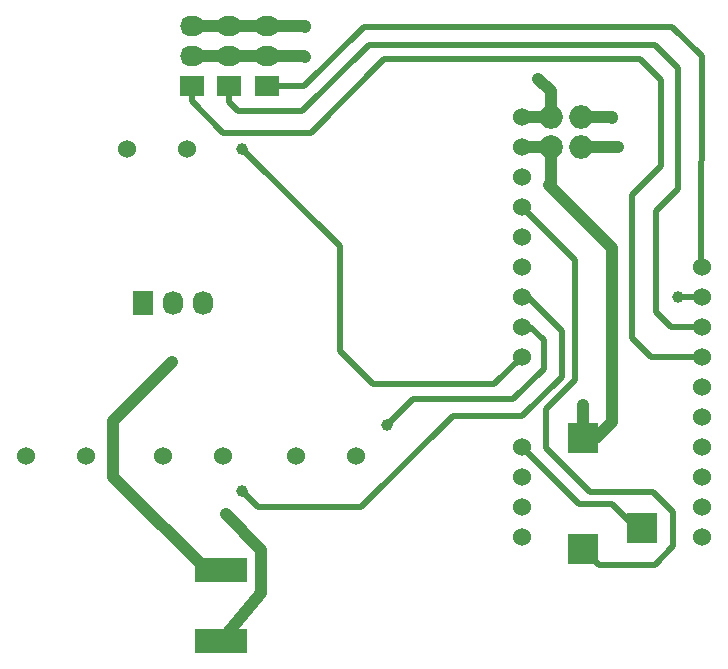
<source format=gtl>
%TF.GenerationSoftware,KiCad,Pcbnew,(after 2015-may-01 BZR unknown)-product*%
%TF.CreationDate,2015-11-16T19:53:27+09:00*%
%TF.JobID,HandBoard_v1,48616E64426F6172645F76312E6B6963,rev?*%
%TF.FileFunction,Copper,L1,Top,Signal*%
%FSLAX46Y46*%
G04 Gerber Fmt 4.6, Leading zero omitted, Abs format (unit mm)*
G04 Created by KiCad (PCBNEW (after 2015-may-01 BZR unknown)-product) date 2015/11/16 19:53:27*
%MOMM*%
G01*
G04 APERTURE LIST*
%ADD10C,0.100000*%
%ADD11C,2.000000*%
%ADD12O,2.000000X2.000000*%
%ADD13C,1.524000*%
%ADD14R,4.500000X2.000000*%
%ADD15R,2.500000X2.500000*%
%ADD16R,2.032000X1.727200*%
%ADD17O,2.032000X1.727200*%
%ADD18R,1.727200X2.032000*%
%ADD19O,1.727200X2.032000*%
%ADD20C,1.000000*%
%ADD21C,1.000000*%
%ADD22C,0.500000*%
G04 APERTURE END LIST*
D10*
D11*
X-14151600Y-11545400D03*
D12*
X-14151600Y-9005400D03*
X-11611600Y-11545400D03*
X-11611600Y-9005400D03*
D13*
X-58538100Y-37694700D03*
X-53458100Y-37694700D03*
X-46993800Y-37694700D03*
X-41913800Y-37694700D03*
X-35665400Y-37707400D03*
X-30585400Y-37707400D03*
X-49991000Y-11710500D03*
X-44911000Y-11710500D03*
X-1350000Y-36920000D03*
X-1350000Y-21680000D03*
X-16590000Y-8980000D03*
X-16590000Y-11520000D03*
X-16590000Y-14060000D03*
X-16590000Y-16600000D03*
X-16590000Y-19140000D03*
X-16590000Y-21680000D03*
X-16590000Y-44540000D03*
X-16590000Y-42000000D03*
X-16590000Y-39460000D03*
X-16590000Y-36920000D03*
X-16590000Y-29300000D03*
X-16590000Y-26760000D03*
X-16590000Y-24220000D03*
X-1350000Y-24220000D03*
X-1350000Y-26760000D03*
X-1350000Y-29300000D03*
X-1350000Y-31840000D03*
X-1350000Y-34380000D03*
X-1350000Y-39460000D03*
X-1350000Y-42000000D03*
X-1350000Y-44540000D03*
D14*
X-42076360Y-53395720D03*
X-42076360Y-47395720D03*
D15*
X-6406500Y-43767000D03*
X-11406500Y-45567000D03*
X-11406500Y-36167000D03*
D16*
X-44542700Y-6414600D03*
D17*
X-44542700Y-3874600D03*
X-44542700Y-1334600D03*
D18*
X-48700680Y-24738160D03*
D19*
X-46160680Y-24738160D03*
X-43620680Y-24738160D03*
D16*
X-38154600Y-6414600D03*
D17*
X-38154600Y-3874600D03*
X-38154600Y-1334600D03*
D16*
X-41355000Y-6401900D03*
D17*
X-41355000Y-3861900D03*
X-41355000Y-1321900D03*
D20*
X-41647100Y-42635000D03*
X-11450000Y-33400000D03*
X-46219100Y-29731800D03*
X-15250000Y-5750000D03*
X-8423900Y-11583500D03*
X-34941500Y-1360000D03*
X-34979600Y-3938100D03*
X-8911580Y-9056200D03*
X-3382000Y-24220000D03*
X-40250100Y-40691900D03*
X-27994600Y-35116600D03*
X-40250000Y-11700000D03*
D21*
X-14151600Y-11545400D02*
X-14151600Y-14644602D01*
X-14151600Y-14644602D02*
X-14277000Y-14770002D01*
X-8950000Y-20097002D02*
X-14277000Y-14770002D01*
X-8950000Y-34800000D02*
X-8950000Y-20097002D01*
X-10317000Y-36167000D02*
X-8950000Y-34800000D01*
X-10317000Y-36167000D02*
X-11406500Y-36167000D01*
D22*
X-14177000Y-11520000D02*
X-14151600Y-11545400D01*
X-11470000Y-36230500D02*
X-11470000Y-36261500D01*
X-58525400Y-37694700D02*
X-58538100Y-37694700D01*
D21*
X-41647100Y-42635000D02*
X-38657000Y-45675100D01*
X-38657000Y-45675100D02*
X-38657000Y-46043400D01*
X-38657000Y-49326360D02*
X-42076360Y-53395720D01*
X-38657000Y-46043400D02*
X-38657000Y-49326360D01*
X-11406500Y-33443500D02*
X-11406500Y-36167000D01*
X-11450000Y-33400000D02*
X-11406500Y-33443500D01*
X-51197500Y-35370600D02*
X-51197500Y-39455680D01*
X-51197500Y-39455680D02*
X-42749460Y-47903720D01*
X-51197500Y-34710200D02*
X-51197500Y-35370600D01*
X-46219100Y-29731800D02*
X-51197500Y-34710200D01*
X-15250000Y-5750000D02*
X-14151600Y-6848400D01*
X-14151600Y-6848400D02*
X-14151600Y-9005400D01*
D22*
X-14177000Y-8980000D02*
X-14151600Y-9005400D01*
D21*
X-16590000Y-8980000D02*
X-14177000Y-8980000D01*
D22*
X-14177000Y-8980000D02*
X-14151600Y-9005400D01*
X-8950000Y-41750000D02*
X-11760000Y-41750000D01*
X-11760000Y-41750000D02*
X-16590000Y-36920000D01*
X-6933000Y-43767000D02*
X-8950000Y-41750000D01*
D21*
X-6406500Y-43767000D02*
X-6933000Y-43767000D01*
D22*
X-5350000Y-46900000D02*
X-10073500Y-46900000D01*
X-3800000Y-45350000D02*
X-5350000Y-46900000D01*
X-3800000Y-42450000D02*
X-3800000Y-45350000D01*
X-10073500Y-46900000D02*
X-11406500Y-45567000D01*
X-5500000Y-40750000D02*
X-3800000Y-42450000D01*
X-10850000Y-40750000D02*
X-5500000Y-40750000D01*
X-14550000Y-37050000D02*
X-10850000Y-40750000D01*
X-14550000Y-33750000D02*
X-14550000Y-37050000D01*
D21*
X-16590000Y-11520000D02*
X-14177000Y-11520000D01*
D22*
X-16590000Y-16600000D02*
X-16590000Y-16610000D01*
X-16590000Y-16610000D02*
X-12100000Y-21100000D01*
X-12100000Y-21100000D02*
X-12100000Y-31300000D01*
X-12100000Y-31300000D02*
X-14550000Y-33750000D01*
X-34992300Y-6414600D02*
X-29937700Y-1360000D01*
X-1350000Y-3874600D02*
X-1400000Y-21800000D01*
X-3864600Y-1360000D02*
X-1350000Y-3874600D01*
X-29937700Y-1360000D02*
X-3864600Y-1360000D01*
X-38154600Y-6414600D02*
X-34992300Y-6414600D01*
X-1350000Y-26760000D02*
X-3966200Y-26760000D01*
X-5185400Y-16942900D02*
X-3369300Y-15126800D01*
X-5185400Y-25540800D02*
X-5185400Y-16942900D01*
X-3966200Y-26760000D02*
X-5185400Y-25540800D01*
X-3369300Y-15126800D02*
X-3369300Y-4839800D01*
X-5337800Y-2871300D02*
X-3369300Y-4839800D01*
X-41355000Y-7760800D02*
X-41355000Y-6401900D01*
X-29493200Y-2871300D02*
X-5337800Y-2871300D01*
X-35157400Y-8535500D02*
X-29493200Y-2871300D01*
X-40580300Y-8535500D02*
X-35157400Y-8535500D01*
X-41355000Y-7760800D02*
X-40580300Y-8535500D01*
X-7268200Y-27699800D02*
X-5668000Y-29300000D01*
X-5668000Y-29300000D02*
X-1350000Y-29300000D01*
X-44542700Y-7646500D02*
X-41863000Y-10326200D01*
X-41863000Y-10326200D02*
X-34458900Y-10326200D01*
X-34458900Y-10326200D02*
X-28271700Y-4139000D01*
X-28271700Y-4139000D02*
X-6572000Y-4139000D01*
X-44542700Y-6414600D02*
X-44542700Y-7646500D01*
X-6572000Y-4139000D02*
X-4804400Y-5906600D01*
X-4804400Y-13145600D02*
X-4804400Y-5906600D01*
X-7268200Y-15609400D02*
X-4804400Y-13145600D01*
X-7268200Y-27649000D02*
X-7268200Y-15609400D01*
X-7268200Y-27649000D02*
X-7268200Y-27699800D01*
D21*
X-44542700Y-1334600D02*
X-38154600Y-1334600D01*
X-8462000Y-11545400D02*
X-11611600Y-11545400D01*
X-8423900Y-11583500D02*
X-8462000Y-11545400D01*
X-34966900Y-1334600D02*
X-34941500Y-1360000D01*
X-38154600Y-1334600D02*
X-34966900Y-1334600D01*
X-11611600Y-9005400D02*
X-8962380Y-9005400D01*
X-35043100Y-3874600D02*
X-38154600Y-3874600D01*
X-35043100Y-3874600D02*
X-34979600Y-3938100D01*
X-8962380Y-9005400D02*
X-8911580Y-9056200D01*
X-44542700Y-3874600D02*
X-38154600Y-3874600D01*
D22*
X-1350000Y-24220000D02*
X-3382000Y-24220000D01*
X-40250100Y-40691900D02*
X-38891200Y-42050800D01*
X-38891200Y-42050800D02*
X-37557700Y-42050800D01*
X-30166300Y-42050800D02*
X-37557700Y-42050800D01*
X-22432000Y-34316500D02*
X-30166300Y-42050800D01*
X-16539200Y-34316500D02*
X-22432000Y-34316500D01*
X-13224500Y-31001800D02*
X-16539200Y-34316500D01*
X-13224500Y-27090200D02*
X-13224500Y-31001800D01*
X-13224500Y-27090200D02*
X-16094700Y-24220000D01*
X-16590000Y-24220000D02*
X-16094700Y-24220000D01*
X-14748500Y-27877600D02*
X-15866100Y-26760000D01*
X-14748500Y-27877600D02*
X-14748500Y-30316000D01*
X-14748500Y-30316000D02*
X-17313900Y-32881400D01*
X-17313900Y-32881400D02*
X-25759400Y-32881400D01*
X-27994600Y-35116600D02*
X-25759400Y-32881400D01*
X-16590000Y-26760000D02*
X-15866100Y-26760000D01*
X-32007800Y-28830100D02*
X-32007800Y-19942200D01*
X-16590000Y-29300000D02*
X-18939500Y-31649500D01*
X-29188400Y-31649500D02*
X-18939500Y-31649500D01*
X-32007800Y-28830100D02*
X-29188400Y-31649500D01*
X-32007800Y-19942200D02*
X-40250000Y-11700000D01*
M02*

</source>
